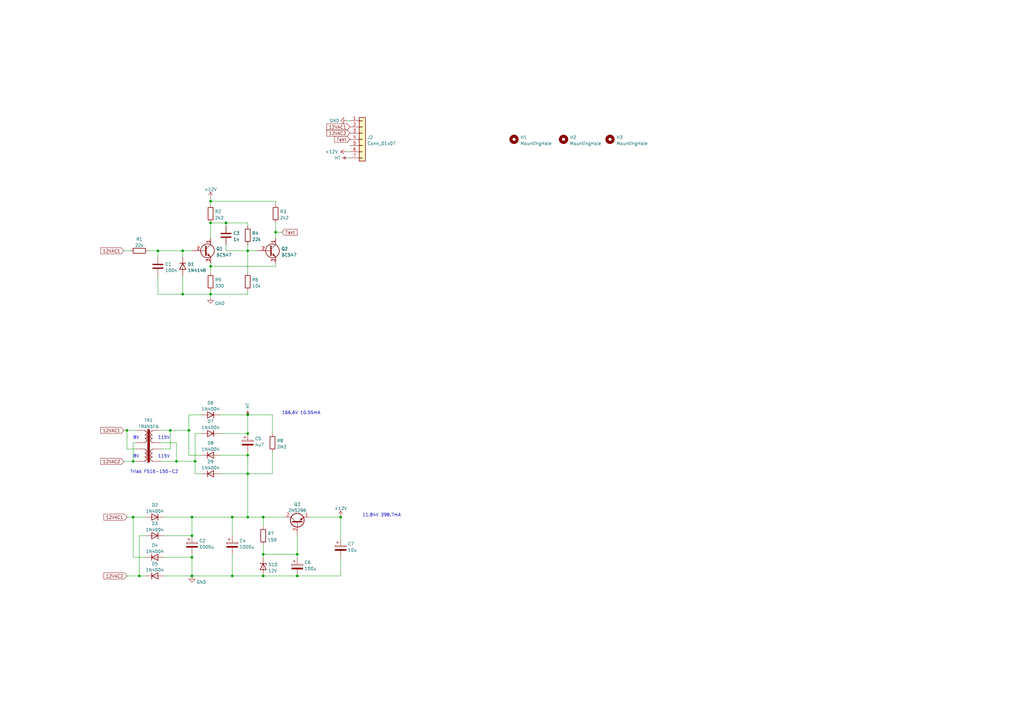
<source format=kicad_sch>
(kicad_sch (version 20211123) (generator eeschema)
  (paper "A3")
  (lib_symbols
    (symbol "Connector_Generic:Conn_01x07" (pin_names (offset 1.016) hide)
      (property "Reference" "J" (at 0 10.16 0))
      (property "Value" "Conn_01x07" (at 0 -10.16 0))
      (symbol "Conn_01x07_1_1"
        (rectangle (start -1.27 -7.493) (end 0 -7.747) (stroke (width 0.1524)))
        (rectangle (start -1.27 -4.953) (end 0 -5.207) (stroke (width 0.1524)))
        (rectangle (start -1.27 -2.413) (end 0 -2.667) (stroke (width 0.1524)))
        (rectangle (start -1.27 0.127) (end 0 -0.127) (stroke (width 0.1524)))
        (rectangle (start -1.27 2.667) (end 0 2.413) (stroke (width 0.1524)))
        (rectangle (start -1.27 5.207) (end 0 4.953) (stroke (width 0.1524)))
        (rectangle (start -1.27 7.747) (end 0 7.493) (stroke (width 0.1524)))
        (rectangle (start -1.27 8.89) (end 1.27 -8.89) (stroke (width 0.254)) (fill (type background)))
        (pin passive line (at -5.08 7.62 0) (length 3.81) (name "Pin_1") (number "1"))
        (pin passive line (at -5.08 5.08 0) (length 3.81) (name "Pin_2") (number "2"))
        (pin passive line (at -5.08 2.54 0) (length 3.81) (name "Pin_3") (number "3"))
        (pin passive line (at -5.08 0 0) (length 3.81) (name "Pin_4") (number "4"))
        (pin passive line (at -5.08 -2.54 0) (length 3.81) (name "Pin_5") (number "5"))
        (pin passive line (at -5.08 -5.08 0) (length 3.81) (name "Pin_6") (number "6"))
        (pin passive line (at -5.08 -7.62 0) (length 3.81) (name "Pin_7") (number "7"))
      )
    )
    (symbol "Device:C" (pin_numbers hide) (pin_names (offset 0.254))
      (property "Reference" "C" (at 0.635 2.54 0))
      (property "Value" "C" (at 0.635 -2.54 0))
      (symbol "C_0_1"
        (polyline (pts (xy -2.032 -0.762) (xy 2.032 -0.762)) (stroke (width 0.508)))
        (polyline (pts (xy -2.032 0.762) (xy 2.032 0.762)) (stroke (width 0.508)))
      )
      (symbol "C_1_1"
        (pin passive line (at 0 3.81 270) (length 2.794) (name "~") (number "1"))
        (pin passive line (at 0 -3.81 90) (length 2.794) (name "~") (number "2"))
      )
    )
    (symbol "Device:C_Polarized" (pin_numbers hide) (pin_names (offset 0.254))
      (property "Reference" "C" (at 0.635 2.54 0))
      (property "Value" "C_Polarized" (at 0.635 -2.54 0))
      (symbol "C_Polarized_0_1"
        (rectangle (start -2.286 0.508) (end 2.286 1.016))
        (polyline (pts (xy -1.778 2.286) (xy -0.762 2.286)))
        (polyline (pts (xy -1.27 2.794) (xy -1.27 1.778)))
        (rectangle (start 2.286 -0.508) (end -2.286 -1.016) (fill (type outline)))
      )
      (symbol "C_Polarized_1_1"
        (pin passive line (at 0 3.81 270) (length 2.794) (name "~") (number "1"))
        (pin passive line (at 0 -3.81 90) (length 2.794) (name "~") (number "2"))
      )
    )
    (symbol "Device:R" (pin_numbers hide) (pin_names (offset 0))
      (property "Reference" "R" (at 2.032 0 90))
      (property "Value" "R" (at 0 0 90))
      (symbol "R_0_1"
        (rectangle (start -1.016 -2.54) (end 1.016 2.54) (stroke (width 0.254)))
      )
      (symbol "R_1_1"
        (pin passive line (at 0 3.81 270) (length 1.27) (name "~") (number "1"))
        (pin passive line (at 0 -3.81 90) (length 1.27) (name "~") (number "2"))
      )
    )
    (symbol "Diode:1N4004" (pin_numbers hide) (pin_names hide)
      (property "Reference" "D" (at 0 2.54 0))
      (property "Value" "1N4004" (at 0 -2.54 0))
      (symbol "1N4004_0_1"
        (polyline (pts (xy -1.27 1.27) (xy -1.27 -1.27)) (stroke (width 0.254)))
        (polyline (pts (xy 1.27 0) (xy -1.27 0)))
        (polyline (pts (xy 1.27 1.27) (xy 1.27 -1.27) (xy -1.27 0) (xy 1.27 1.27)) (stroke (width 0.254)))
      )
      (symbol "1N4004_1_1"
        (pin passive line (at -3.81 0 0) (length 2.54) (name "K") (number "1"))
        (pin passive line (at 3.81 0 180) (length 2.54) (name "A") (number "2"))
      )
    )
    (symbol "Diode:1N4148" (pin_numbers hide) (pin_names hide)
      (property "Reference" "D" (at 0 2.54 0))
      (property "Value" "1N4148" (at 0 -2.54 0))
      (symbol "1N4148_0_1"
        (polyline (pts (xy -1.27 1.27) (xy -1.27 -1.27)) (stroke (width 0.254)))
        (polyline (pts (xy 1.27 0) (xy -1.27 0)))
        (polyline (pts (xy 1.27 1.27) (xy 1.27 -1.27) (xy -1.27 0) (xy 1.27 1.27)) (stroke (width 0.254)))
      )
      (symbol "1N4148_1_1"
        (pin passive line (at -3.81 0 0) (length 2.54) (name "K") (number "1"))
        (pin passive line (at 3.81 0 180) (length 2.54) (name "A") (number "2"))
      )
    )
    (symbol "Diode:1N47xxA" (pin_numbers hide) (pin_names hide)
      (property "Reference" "D" (at 0 2.54 0))
      (property "Value" "1N47xxA" (at 0 -2.54 0))
      (symbol "1N47xxA_0_1"
        (polyline (pts (xy 1.27 0) (xy -1.27 0)))
        (polyline (pts (xy -1.27 -1.27) (xy -1.27 1.27) (xy -0.762 1.27)) (stroke (width 0.254)))
        (polyline (pts (xy 1.27 -1.27) (xy 1.27 1.27) (xy -1.27 0) (xy 1.27 -1.27)) (stroke (width 0.254)))
      )
      (symbol "1N47xxA_1_1"
        (pin passive line (at -3.81 0 0) (length 2.54) (name "K") (number "1"))
        (pin passive line (at 3.81 0 180) (length 2.54) (name "A") (number "2"))
      )
    )
    (symbol "Mechanical:MountingHole" (pin_names (offset 1.016))
      (property "Reference" "H" (at 0 5.08 0))
      (property "Value" "MountingHole" (at 0 3.175 0))
      (symbol "MountingHole_0_1"
        (circle (center 0 0) (radius 1.27) (stroke (width 1.27)))
      )
    )
    (symbol "Transformer:TRANSF6" (pin_numbers hide) (pin_names (offset 0))
      (property "Reference" "TR" (at 0 10.16 0))
      (property "Value" "TRANSF6" (at 0 -7.62 0))
      (symbol "TRANSF6_0_1"
        (arc (start -1.524 -4.826) (mid -0.762 -4.064) (end -1.524 -3.302) (stroke (width 0.2032)))
        (arc (start -1.524 -3.302) (mid -0.762 -2.54) (end -1.524 -1.778) (stroke (width 0.2032)))
        (arc (start -1.524 -1.778) (mid -0.762 -1.016) (end -1.524 -0.254) (stroke (width 0.2032)))
        (arc (start -1.524 2.794) (mid -0.762 3.556) (end -1.524 4.318) (stroke (width 0.2032)))
        (arc (start -1.524 4.318) (mid -0.762 5.08) (end -1.524 5.842) (stroke (width 0.2032)))
        (arc (start -1.524 5.842) (mid -0.762 6.604) (end -1.524 7.366) (stroke (width 0.2032)))
        (rectangle (start -0.254 7.874) (end 0.254 -5.334) (stroke (width 0.508)) (fill (type outline)))
        (polyline (pts (xy 1.524 -4.826) (xy 1.524 -5.08) (xy 1.524 -5.08)) (fill (type outline)))
        (polyline (pts (xy 1.524 0) (xy 1.524 -0.254) (xy 1.524 -0.254)) (fill (type outline)))
        (polyline (pts (xy 1.524 0) (xy 2.54 0) (xy 2.54 0)))
        (polyline (pts (xy 1.524 2.54) (xy 1.524 2.794) (xy 1.524 2.794)) (fill (type outline)))
        (polyline (pts (xy 1.524 2.54) (xy 2.54 2.54) (xy 2.54 2.54)))
        (polyline (pts (xy 1.524 7.62) (xy 1.524 7.366) (xy 1.524 7.366)) (fill (type outline)))
        (polyline (pts (xy 1.524 7.62) (xy 2.54 7.62) (xy 2.54 7.62)))
        (polyline (pts (xy 2.54 -5.08) (xy 1.524 -5.08) (xy 1.524 -5.08)))
        (polyline (pts (xy -1.524 -4.826) (xy -1.524 -5.08) (xy -2.54 -5.08) (xy -2.54 -5.08)))
        (polyline (pts (xy -1.524 -0.254) (xy -1.524 0) (xy -2.54 0) (xy -2.54 0)))
        (polyline (pts (xy -1.524 2.794) (xy -1.524 2.54) (xy -2.54 2.54) (xy -2.54 2.54)))
        (polyline (pts (xy -1.524 7.366) (xy -1.524 7.62) (xy -2.54 7.62) (xy -2.54 7.62)))
        (arc (start 1.524 -3.302) (mid 0.762 -4.064) (end 1.524 -4.826) (stroke (width 0.2032)))
        (arc (start 1.524 -1.778) (mid 0.762 -2.54) (end 1.524 -3.302) (stroke (width 0.2032)))
        (arc (start 1.524 -0.254) (mid 0.762 -1.016) (end 1.524 -1.778) (stroke (width 0.2032)))
        (arc (start 1.524 4.318) (mid 0.762 3.556) (end 1.524 2.794) (stroke (width 0.2032)))
        (arc (start 1.524 5.842) (mid 0.762 5.08) (end 1.524 4.318) (stroke (width 0.2032)))
        (arc (start 1.524 7.366) (mid 0.762 6.604) (end 1.524 5.842) (stroke (width 0.2032)))
      )
      (symbol "TRANSF6_1_1"
        (pin passive line (at -5.08 7.62 0) (length 2.54) (name "~") (number "1"))
        (pin passive line (at -5.08 2.54 0) (length 2.54) (name "~") (number "2"))
        (pin passive line (at -5.08 0 0) (length 2.54) (name "~") (number "3"))
        (pin passive line (at -5.08 -5.08 0) (length 2.54) (name "~") (number "4"))
        (pin passive line (at 5.08 -5.08 180) (length 2.54) (name "~") (number "5"))
        (pin passive line (at 5.08 0 180) (length 2.54) (name "~") (number "6"))
        (pin passive line (at 5.08 2.54 180) (length 2.54) (name "~") (number "7"))
        (pin passive line (at 5.08 7.62 180) (length 2.54) (name "~") (number "8"))
      )
    )
    (symbol "Transistor_BJT:BC547" (pin_names (offset 0) hide)
      (property "Reference" "Q" (at 5.08 1.905 0))
      (property "Value" "BC547" (at 5.08 0 0))
      (symbol "BC547_0_1"
        (polyline (pts (xy 0 0) (xy 0.635 0)))
        (polyline (pts (xy 0.635 0.635) (xy 2.54 2.54)))
        (polyline (pts (xy 0.635 -0.635) (xy 2.54 -2.54) (xy 2.54 -2.54)))
        (polyline (pts (xy 0.635 1.905) (xy 0.635 -1.905) (xy 0.635 -1.905)) (stroke (width 0.508)))
        (polyline (pts (xy 1.27 -1.778) (xy 1.778 -1.27) (xy 2.286 -2.286) (xy 1.27 -1.778) (xy 1.27 -1.778)) (fill (type outline)))
        (circle (center 1.27 0) (radius 2.8194) (stroke (width 0.254)))
      )
      (symbol "BC547_1_1"
        (pin passive line (at 2.54 5.08 270) (length 2.54) (name "C") (number "1"))
        (pin input line (at -5.08 0 0) (length 5.08) (name "B") (number "2"))
        (pin passive line (at 2.54 -5.08 90) (length 2.54) (name "E") (number "3"))
      )
    )
    (symbol "Transistor_BJT:BD135" (pin_names (offset 0) hide)
      (property "Reference" "Q" (at 5.08 1.905 0))
      (property "Value" "BD135" (at 5.08 0 0))
      (symbol "BD135_0_1"
        (polyline (pts (xy 0 0) (xy 0.635 0)))
        (polyline (pts (xy 2.54 -2.54) (xy 0.635 -0.635)))
        (polyline (pts (xy 2.54 2.54) (xy 0.635 0.635)))
        (polyline (pts (xy 0.635 1.905) (xy 0.635 -1.905) (xy 0.635 -1.905)) (stroke (width 0.508)) (fill (type outline)))
        (polyline (pts (xy 1.2446 -1.778) (xy 1.7526 -1.27) (xy 2.286 -2.286) (xy 1.2446 -1.778) (xy 1.2446 -1.778)) (fill (type outline)))
        (circle (center 1.27 0) (radius 2.8194) (stroke (width 0.3048)))
      )
      (symbol "BD135_1_1"
        (pin passive line (at 2.54 -5.08 90) (length 2.54) (name "E") (number "1"))
        (pin passive line (at 2.54 5.08 270) (length 2.54) (name "C") (number "2"))
        (pin input line (at -5.08 0 0) (length 5.08) (name "B") (number "3"))
      )
    )
    (symbol "power:+12V" (power) (pin_names (offset 0))
      (property "Value" "+12V" (at 0 3.556 0))
      (symbol "+12V_0_1"
        (polyline (pts (xy -0.762 1.27) (xy 0 2.54)))
        (polyline (pts (xy 0 0) (xy 0 2.54)))
        (polyline (pts (xy 0 2.54) (xy 0.762 1.27)))
      )
      (symbol "+12V_1_1"
        (pin power_in line (at 0 0 90) (length 0) hide (name "+12V") (number "1"))
      )
    )
    (symbol "power:GND" (power) (pin_names (offset 0))
      (property "Value" "GND" (at 0 -3.81 0))
      (symbol "GND_0_1"
        (polyline (pts (xy 0 0) (xy 0 -1.27) (xy 1.27 -1.27) (xy 0 -2.54) (xy -1.27 -1.27) (xy 0 -1.27)))
      )
      (symbol "GND_1_1"
        (pin power_in line (at 0 0 270) (length 0) hide (name "GND") (number "1"))
      )
    )
    (symbol "power:HT" (power) (pin_names (offset 0))
      (property "Value" "HT" (at 0 2.286 0))
      (symbol "HT_0_0"
        (pin power_in line (at 0 0 90) (length 0) hide (name "HT") (number "1"))
      )
      (symbol "HT_0_1"
        (polyline (pts (xy 0 0) (xy 0 1.016) (xy 0 1.016)))
        (polyline (pts (xy 0 1.016) (xy 0.508 0.508) (xy 0 1.778) (xy -0.508 0.508) (xy 0 1.016) (xy 0 1.016)))
      )
    )
  )
  (junction (at 74.93 102.87))
  (junction (at 78.74 228.6))
  (junction (at 72.39 189.23))
  (junction (at 101.6 177.8))
  (junction (at 52.07 176.53))
  (junction (at 86.36 109.22))
  (junction (at 78.74 212.09))
  (junction (at 80.01 189.23))
  (junction (at 107.95 236.22))
  (junction (at 86.36 120.65))
  (junction (at 101.6 186.69))
  (junction (at 86.36 91.44))
  (junction (at 121.92 227.33))
  (junction (at 95.25 212.09))
  (junction (at 74.93 120.65))
  (junction (at 86.36 82.55))
  (junction (at 95.25 236.22))
  (junction (at 101.6 102.87))
  (junction (at 101.6 170.18))
  (junction (at 69.85 176.53))
  (junction (at 107.95 227.33))
  (junction (at 64.77 102.87))
  (junction (at 107.95 212.09))
  (junction (at 57.15 236.22))
  (junction (at 101.6 212.09))
  (junction (at 78.74 236.22))
  (junction (at 101.6 194.31))
  (junction (at 92.71 91.44))
  (junction (at 54.61 189.23))
  (junction (at 54.61 212.09))
  (junction (at 139.7 212.09))
  (junction (at 113.03 95.25))
  (junction (at 77.47 176.53))
  (junction (at 78.74 219.71))
  (junction (at 121.92 236.22))
  (wire (pts (xy 90.17 170.18) (xy 101.6 170.18)))
  (wire (pts (xy 55.88 184.15) (xy 52.07 184.15)))
  (wire (pts (xy 59.69 219.71) (xy 57.15 219.71)))
  (wire (pts (xy 139.7 228.6) (xy 139.7 236.22)))
  (wire (pts (xy 121.92 219.71) (xy 121.92 227.33)))
  (wire (pts (xy 78.74 212.09) (xy 78.74 219.71)))
  (wire (pts (xy 113.03 82.55) (xy 113.03 83.82)))
  (wire (pts (xy 60.96 102.87) (xy 64.77 102.87)))
  (wire (pts (xy 101.6 194.31) (xy 111.76 194.31)))
  (wire (pts (xy 52.07 176.53) (xy 52.07 184.15)))
  (wire (pts (xy 64.77 102.87) (xy 74.93 102.87)))
  (wire (pts (xy 90.17 177.8) (xy 101.6 177.8)))
  (wire (pts (xy 86.36 120.65) (xy 86.36 121.92)))
  (wire (pts (xy 111.76 194.31) (xy 111.76 185.42)))
  (wire (pts (xy 101.6 120.65) (xy 101.6 119.38)))
  (wire (pts (xy 78.74 228.6) (xy 78.74 227.33)))
  (wire (pts (xy 66.04 176.53) (xy 69.85 176.53)))
  (wire (pts (xy 72.39 181.61) (xy 72.39 189.23)))
  (wire (pts (xy 50.8 102.87) (xy 53.34 102.87)))
  (wire (pts (xy 101.6 102.87) (xy 101.6 111.76)))
  (wire (pts (xy 52.07 176.53) (xy 55.88 176.53)))
  (wire (pts (xy 50.8 176.53) (xy 52.07 176.53)))
  (wire (pts (xy 64.77 102.87) (xy 64.77 105.41)))
  (wire (pts (xy 95.25 236.22) (xy 95.25 227.33)))
  (wire (pts (xy 86.36 120.65) (xy 101.6 120.65)))
  (wire (pts (xy 101.6 170.18) (xy 111.76 170.18)))
  (wire (pts (xy 66.04 189.23) (xy 72.39 189.23)))
  (wire (pts (xy 113.03 91.44) (xy 113.03 95.25)))
  (wire (pts (xy 52.07 212.09) (xy 54.61 212.09)))
  (wire (pts (xy 54.61 189.23) (xy 55.88 189.23)))
  (wire (pts (xy 101.6 170.18) (xy 101.6 177.8)))
  (wire (pts (xy 107.95 212.09) (xy 107.95 215.9)))
  (wire (pts (xy 54.61 212.09) (xy 59.69 212.09)))
  (wire (pts (xy 86.36 107.95) (xy 86.36 109.22)))
  (wire (pts (xy 80.01 177.8) (xy 80.01 189.23)))
  (wire (pts (xy 101.6 194.31) (xy 101.6 212.09)))
  (wire (pts (xy 67.31 212.09) (xy 78.74 212.09)))
  (wire (pts (xy 121.92 236.22) (xy 139.7 236.22)))
  (wire (pts (xy 54.61 181.61) (xy 54.61 189.23)))
  (wire (pts (xy 86.36 91.44) (xy 86.36 97.79)))
  (wire (pts (xy 92.71 91.44) (xy 92.71 92.71)))
  (wire (pts (xy 64.77 120.65) (xy 74.93 120.65)))
  (wire (pts (xy 74.93 102.87) (xy 78.74 102.87)))
  (wire (pts (xy 101.6 186.69) (xy 101.6 194.31)))
  (wire (pts (xy 101.6 102.87) (xy 105.41 102.87)))
  (wire (pts (xy 113.03 107.95) (xy 113.03 109.22)))
  (wire (pts (xy 74.93 102.87) (xy 74.93 105.41)))
  (wire (pts (xy 54.61 228.6) (xy 54.61 212.09)))
  (wire (pts (xy 121.92 227.33) (xy 121.92 228.6)))
  (wire (pts (xy 95.25 212.09) (xy 95.25 219.71)))
  (wire (pts (xy 77.47 170.18) (xy 82.55 170.18)))
  (wire (pts (xy 77.47 176.53) (xy 77.47 170.18)))
  (wire (pts (xy 92.71 91.44) (xy 101.6 91.44)))
  (wire (pts (xy 86.36 82.55) (xy 113.03 82.55)))
  (wire (pts (xy 69.85 176.53) (xy 77.47 176.53)))
  (wire (pts (xy 101.6 91.44) (xy 101.6 92.71)))
  (wire (pts (xy 50.8 189.23) (xy 54.61 189.23)))
  (wire (pts (xy 57.15 236.22) (xy 52.07 236.22)))
  (wire (pts (xy 77.47 186.69) (xy 77.47 176.53)))
  (wire (pts (xy 66.04 184.15) (xy 69.85 184.15)))
  (wire (pts (xy 59.69 228.6) (xy 54.61 228.6)))
  (wire (pts (xy 80.01 189.23) (xy 80.01 194.31)))
  (wire (pts (xy 107.95 212.09) (xy 116.84 212.09)))
  (wire (pts (xy 78.74 212.09) (xy 95.25 212.09)))
  (wire (pts (xy 95.25 236.22) (xy 107.95 236.22)))
  (wire (pts (xy 86.36 109.22) (xy 113.03 109.22)))
  (wire (pts (xy 107.95 236.22) (xy 121.92 236.22)))
  (wire (pts (xy 101.6 100.33) (xy 101.6 102.87)))
  (wire (pts (xy 82.55 186.69) (xy 77.47 186.69)))
  (wire (pts (xy 80.01 194.31) (xy 82.55 194.31)))
  (wire (pts (xy 67.31 219.71) (xy 78.74 219.71)))
  (wire (pts (xy 86.36 119.38) (xy 86.36 120.65)))
  (wire (pts (xy 86.36 81.28) (xy 86.36 82.55)))
  (wire (pts (xy 142.24 62.23) (xy 143.51 62.23)))
  (wire (pts (xy 78.74 236.22) (xy 95.25 236.22)))
  (wire (pts (xy 55.88 181.61) (xy 54.61 181.61)))
  (wire (pts (xy 57.15 219.71) (xy 57.15 236.22)))
  (wire (pts (xy 127 212.09) (xy 139.7 212.09)))
  (wire (pts (xy 113.03 95.25) (xy 113.03 97.79)))
  (wire (pts (xy 67.31 236.22) (xy 78.74 236.22)))
  (wire (pts (xy 113.03 95.25) (xy 115.57 95.25)))
  (wire (pts (xy 111.76 170.18) (xy 111.76 177.8)))
  (wire (pts (xy 107.95 227.33) (xy 107.95 228.6)))
  (wire (pts (xy 142.24 64.77) (xy 143.51 64.77)))
  (wire (pts (xy 90.17 194.31) (xy 101.6 194.31)))
  (wire (pts (xy 86.36 120.65) (xy 74.93 120.65)))
  (wire (pts (xy 57.15 236.22) (xy 59.69 236.22)))
  (wire (pts (xy 92.71 102.87) (xy 101.6 102.87)))
  (wire (pts (xy 86.36 109.22) (xy 86.36 111.76)))
  (wire (pts (xy 90.17 186.69) (xy 101.6 186.69)))
  (wire (pts (xy 107.95 223.52) (xy 107.95 227.33)))
  (wire (pts (xy 78.74 228.6) (xy 78.74 236.22)))
  (wire (pts (xy 107.95 227.33) (xy 121.92 227.33)))
  (wire (pts (xy 64.77 120.65) (xy 64.77 113.03)))
  (wire (pts (xy 67.31 228.6) (xy 78.74 228.6)))
  (wire (pts (xy 66.04 181.61) (xy 72.39 181.61)))
  (wire (pts (xy 74.93 120.65) (xy 74.93 113.03)))
  (wire (pts (xy 69.85 176.53) (xy 69.85 184.15)))
  (wire (pts (xy 72.39 189.23) (xy 80.01 189.23)))
  (wire (pts (xy 86.36 91.44) (xy 92.71 91.44)))
  (wire (pts (xy 86.36 82.55) (xy 86.36 83.82)))
  (wire (pts (xy 142.24 49.53) (xy 143.51 49.53)))
  (wire (pts (xy 139.7 212.09) (xy 139.7 220.98)))
  (wire (pts (xy 101.6 186.69) (xy 101.6 185.42)))
  (wire (pts (xy 101.6 212.09) (xy 107.95 212.09)))
  (wire (pts (xy 95.25 212.09) (xy 101.6 212.09)))
  (wire (pts (xy 92.71 100.33) (xy 92.71 102.87)))
  (wire (pts (xy 82.55 177.8) (xy 80.01 177.8)))
  (text "Triad FS16-150-C2 " (at 53.34 194.31 0) (effects (font (size 1.27 1.27)) (justify left bottom)))
  (text "11.84V 398.7mA" (at 148.59 212.09 0) (effects (font (size 1.27 1.27)) (justify left bottom)))
  (text "115V" (at 64.77 180.34 0) (effects (font (size 1.27 1.27)) (justify left bottom)))
  (text "8V" (at 54.61 180.34 0) (effects (font (size 1.27 1.27)) (justify left bottom)))
  (text "115V\n" (at 64.77 187.96 0) (effects (font (size 1.27 1.27)) (justify left bottom)))
  (text "8V" (at 54.61 187.96 0) (effects (font (size 1.27 1.27)) (justify left bottom)))
  (text "166.6V 10.55mA" (at 115.57 170.18 0) (effects (font (size 1.27 1.27)) (justify left bottom)))
  (global_label "12VAC1" (shape input) (at 143.51 52.07 180) (property "Intersheet References" "${INTERSHEET_REFS}" (effects hide)))
  (global_label "Takt" (shape input) (at 143.51 57.15 180) (property "Intersheet References" "${INTERSHEET_REFS}" (effects hide)))
  (global_label "12VAC1" (shape input) (at 50.8 176.53 180) (property "Intersheet References" "${INTERSHEET_REFS}" (effects hide)))
  (global_label "12VAC2" (shape input) (at 143.51 54.61 180) (property "Intersheet References" "${INTERSHEET_REFS}" (effects hide)))
  (global_label "12VAC2" (shape input) (at 50.8 189.23 180) (property "Intersheet References" "${INTERSHEET_REFS}" (effects hide)))
  (global_label "Takt" (shape input) (at 115.57 95.25 0) (property "Intersheet References" "${INTERSHEET_REFS}" (effects hide)))
  (global_label "12VAC1" (shape input) (at 52.07 212.09 180) (property "Intersheet References" "${INTERSHEET_REFS}" (effects hide)))
  (global_label "12VAC2" (shape input) (at 52.07 236.22 180) (property "Intersheet References" "${INTERSHEET_REFS}" (effects hide)))
  (global_label "12VAC1" (shape input) (at 50.8 102.87 180) (property "Intersheet References" "${INTERSHEET_REFS}" (effects hide)))
  (symbol (lib_id "Device:R") (at 101.6 115.57 0) (unit 1)
    (property "Reference" "R6" (at 103.378 114.7353 0) (effects (justify left)))
    (property "Value" "10k" (at 103.378 117.2722 0) (effects (justify left)))
    (property "Footprint" "Resistor_THT:R_Axial_DIN0207_L6.3mm_D2.5mm_P10.16mm_Horizontal" (effects hide))
  )
  (symbol (lib_id "Device:C") (at 92.71 96.52 0) (unit 1)
    (property "Reference" "C3" (at 95.631 95.6853 0) (effects (justify left)))
    (property "Value" "1n" (at 95.631 98.2222 0) (effects (justify left)))
    (property "Footprint" "Capacitor_THT:C_Disc_D5.0mm_W2.5mm_P2.50mm" (effects hide))
  )
  (symbol (lib_id "Diode:1N4004") (at 86.36 194.31 0) (unit 1)
    (property "Reference" "D9" (at 86.36 189.3402 0))
    (property "Value" "1N4004" (at 86.36 191.8771 0))
    (property "Footprint" "Diode_THT:D_DO-41_SOD81_P10.16mm_Horizontal" (effects hide))
    (property "Datasheet" "http://www.vishay.com/docs/88503/1n4001.pdf" (effects hide))
  )
  (symbol (lib_id "Device:R") (at 86.36 87.63 0) (unit 1)
    (property "Reference" "R2" (at 88.138 86.7953 0) (effects (justify left)))
    (property "Value" "2k2" (at 88.138 89.3322 0) (effects (justify left)))
    (property "Footprint" "Resistor_THT:R_Axial_DIN0207_L6.3mm_D2.5mm_P10.16mm_Horizontal" (effects hide))
  )
  (symbol (lib_id "Mechanical:MountingHole") (at 231.14 57.15 0) (unit 1)
    (property "Reference" "H2" (at 233.68 56.3153 0) (effects (justify left)))
    (property "Value" "MountingHole" (at 233.68 58.8522 0) (effects (justify left)))
    (property "Footprint" "MountingHole:MountingHole_3.2mm_M3" (effects hide))
  )
  (symbol (lib_id "Device:C_Polarized") (at 95.25 223.52 0) (unit 1)
    (property "Reference" "C4" (at 98.171 221.7963 0) (effects (justify left)))
    (property "Value" "1000u" (at 98.171 224.3332 0) (effects (justify left)))
  )
  (symbol (lib_id "Diode:1N47xxA") (at 107.95 232.41 270) (unit 1)
    (property "Reference" "D10" (at 109.982 231.5753 90) (effects (justify left)))
    (property "Value" "12V" (at 109.982 234.1122 90) (effects (justify left)))
    (property "Footprint" "Diode_THT:D_DO-41_SOD81_P10.16mm_Horizontal" (effects hide))
    (property "Datasheet" "https://www.vishay.com/docs/85816/1n4728a.pdf" (effects hide))
  )
  (symbol (lib_id "Diode:1N4004") (at 63.5 236.22 0) (unit 1)
    (property "Reference" "D5" (at 63.5 231.2502 0))
    (property "Value" "1N4004" (at 63.5 233.7871 0))
    (property "Footprint" "Diode_THT:D_DO-41_SOD81_P10.16mm_Horizontal" (effects hide))
    (property "Datasheet" "http://www.vishay.com/docs/88503/1n4001.pdf" (effects hide))
  )
  (symbol (lib_id "Diode:1N4004") (at 63.5 212.09 180) (unit 1)
    (property "Reference" "D2" (at 63.5 207.1202 0))
    (property "Value" "1N4004" (at 63.5 209.6571 0))
    (property "Footprint" "Diode_THT:D_DO-41_SOD81_P10.16mm_Horizontal" (effects hide))
    (property "Datasheet" "http://www.vishay.com/docs/88503/1n4001.pdf" (effects hide))
  )
  (symbol (lib_id "Device:C_Polarized") (at 139.7 224.79 0) (unit 1)
    (property "Reference" "C7" (at 142.621 223.0663 0) (effects (justify left)))
    (property "Value" "10u" (at 142.621 225.6032 0) (effects (justify left)))
    (property "Footprint" "Capacitor_THT:CP_Radial_D5.0mm_P2.50mm" (effects hide))
  )
  (symbol (lib_id "Device:C") (at 64.77 109.22 0) (unit 1)
    (property "Reference" "C1" (at 67.691 108.3853 0) (effects (justify left)))
    (property "Value" "100n" (at 67.691 110.9222 0) (effects (justify left)))
    (property "Footprint" "Capacitor_THT:C_Disc_D5.0mm_W2.5mm_P2.50mm" (effects hide))
  )
  (symbol (lib_id "power:GND") (at 78.74 236.22 0) (unit 1)
    (property "Reference" "#PWR01" (effects hide))
    (property "Value" "GND" (at 82.55 238.76 0))
  )
  (symbol (lib_id "Device:R") (at 86.36 115.57 0) (unit 1)
    (property "Reference" "R5" (at 88.138 114.7353 0) (effects (justify left)))
    (property "Value" "330" (at 88.138 117.2722 0) (effects (justify left)))
    (property "Footprint" "Resistor_THT:R_Axial_DIN0207_L6.3mm_D2.5mm_P10.16mm_Horizontal" (effects hide))
  )
  (symbol (lib_id "Diode:1N4004") (at 63.5 219.71 180) (unit 1)
    (property "Reference" "D3" (at 63.5 214.7402 0))
    (property "Value" "1N4004" (at 63.5 217.2771 0))
    (property "Footprint" "Diode_THT:D_DO-41_SOD81_P10.16mm_Horizontal" (effects hide))
    (property "Datasheet" "http://www.vishay.com/docs/88503/1n4001.pdf" (effects hide))
  )
  (symbol (lib_id "Device:R") (at 113.03 87.63 0) (unit 1)
    (property "Reference" "R3" (at 114.808 86.7953 0) (effects (justify left)))
    (property "Value" "2k2" (at 114.808 89.3322 0) (effects (justify left)))
    (property "Footprint" "Resistor_THT:R_Axial_DIN0207_L6.3mm_D2.5mm_P10.16mm_Horizontal" (effects hide))
  )
  (symbol (lib_id "Transformer:TRANSF6") (at 60.96 184.15 0) (unit 1)
    (property "Reference" "TR1" (at 60.96 172.4492 0))
    (property "Value" "TRANSF6" (at 60.96 174.9861 0))
  )
  (symbol (lib_id "power:HT") (at 142.24 64.77 90) (unit 1)
    (property "Reference" "#PWR0114" (effects hide))
    (property "Value" "HT" (at 138.43 64.77 90))
  )
  (symbol (lib_id "Device:R") (at 101.6 96.52 0) (unit 1)
    (property "Reference" "R4" (at 103.378 95.6853 0) (effects (justify left)))
    (property "Value" "22k" (at 103.378 98.2222 0) (effects (justify left)))
    (property "Footprint" "Resistor_THT:R_Axial_DIN0207_L6.3mm_D2.5mm_P10.16mm_Horizontal" (effects hide))
  )
  (symbol (lib_id "Device:R") (at 107.95 219.71 0) (unit 1)
    (property "Reference" "R7" (at 109.728 218.8753 0) (effects (justify left)))
    (property "Value" "150" (at 109.728 221.4122 0) (effects (justify left)))
    (property "Footprint" "Resistor_THT:R_Axial_DIN0207_L6.3mm_D2.5mm_P10.16mm_Horizontal" (effects hide))
  )
  (symbol (lib_id "Device:C_Polarized") (at 121.92 232.41 0) (unit 1)
    (property "Reference" "C6" (at 124.841 230.6863 0) (effects (justify left)))
    (property "Value" "100u" (at 124.841 233.2232 0) (effects (justify left)))
    (property "Footprint" "Capacitor_THT:CP_Radial_D5.0mm_P2.50mm" (effects hide))
  )
  (symbol (lib_id "Device:R") (at 57.15 102.87 90) (unit 1)
    (property "Reference" "R1" (at 57.15 98.1542 90))
    (property "Value" "22k" (at 57.15 100.6911 90))
    (property "Footprint" "Resistor_THT:R_Axial_DIN0207_L6.3mm_D2.5mm_P10.16mm_Horizontal" (effects hide))
  )
  (symbol (lib_id "Mechanical:MountingHole") (at 250.19 57.15 0) (unit 1)
    (property "Reference" "H3" (at 252.73 56.3153 0) (effects (justify left)))
    (property "Value" "MountingHole" (at 252.73 58.8522 0) (effects (justify left)))
    (property "Footprint" "MountingHole:MountingHole_3.2mm_M3" (effects hide))
  )
  (symbol (lib_id "power:HT") (at 101.6 170.18 0) (unit 1)
    (property "Reference" "#PWR02" (effects hide))
    (property "Value" "HT" (at 101.6 166.37 90))
  )
  (symbol (lib_id "Mechanical:MountingHole") (at 210.82 57.15 0) (unit 1)
    (property "Reference" "H1" (at 213.36 56.3153 0) (effects (justify left)))
    (property "Value" "MountingHole" (at 213.36 58.8522 0) (effects (justify left)))
    (property "Footprint" "MountingHole:MountingHole_3.2mm_M3" (effects hide))
  )
  (symbol (lib_id "Device:C_Polarized") (at 78.74 223.52 0) (unit 1)
    (property "Reference" "C2" (at 81.661 221.7963 0) (effects (justify left)))
    (property "Value" "1000u" (at 81.661 224.3332 0) (effects (justify left)))
  )
  (symbol (lib_id "Diode:1N4004") (at 86.36 186.69 0) (unit 1)
    (property "Reference" "D8" (at 86.36 181.7202 0))
    (property "Value" "1N4004" (at 86.36 184.2571 0))
    (property "Footprint" "Diode_THT:D_DO-41_SOD81_P10.16mm_Horizontal" (effects hide))
    (property "Datasheet" "http://www.vishay.com/docs/88503/1n4001.pdf" (effects hide))
  )
  (symbol (lib_id "Transistor_BJT:BD135") (at 121.92 214.63 90) (unit 1)
    (property "Reference" "Q3" (at 121.92 206.8154 90))
    (property "Value" "2N5296" (at 121.92 209.3523 90))
    (property "Footprint" "Package_TO_SOT_THT:TO-126-3_Vertical" (effects hide))
    (property "Datasheet" "http://www.st.com/internet/com/TECHNICAL_RESOURCES/TECHNICAL_LITERATURE/DATASHEET/CD00001225.pdf" (effects hide))
  )
  (symbol (lib_id "Diode:1N4148") (at 74.93 109.22 90) (mirror x) (unit 1)
    (property "Reference" "D1" (at 76.962 108.3853 90) (effects (justify right)))
    (property "Value" "1N4148" (at 76.962 110.9222 90) (effects (justify right)))
    (property "Footprint" "Diode_THT:D_DO-35_SOD27_P7.62mm_Horizontal" (effects hide))
    (property "Datasheet" "https://assets.nexperia.com/documents/data-sheet/1N4148_1N4448.pdf" (effects hide))
  )
  (symbol (lib_id "Device:R") (at 111.76 181.61 0) (unit 1)
    (property "Reference" "R8" (at 113.538 180.7753 0) (effects (justify left)))
    (property "Value" "2M2" (at 113.538 183.3122 0) (effects (justify left)))
    (property "Footprint" "Resistor_THT:R_Axial_DIN0207_L6.3mm_D2.5mm_P10.16mm_Horizontal" (effects hide))
  )
  (symbol (lib_id "power:+12V") (at 142.24 62.23 90) (unit 1)
    (property "Reference" "#PWR0112" (effects hide))
    (property "Value" "+12V" (at 133.35 62.23 90) (effects (justify right)))
  )
  (symbol (lib_id "power:GND") (at 86.36 121.92 0) (unit 1)
    (property "Reference" "#PWR0104" (effects hide))
    (property "Value" "GND" (at 90.17 124.46 0))
  )
  (symbol (lib_id "Transistor_BJT:BC547") (at 83.82 102.87 0) (unit 1)
    (property "Reference" "Q1" (at 88.6714 102.0353 0) (effects (justify left)))
    (property "Value" "BC547" (at 88.6714 104.5722 0) (effects (justify left)))
    (property "Footprint" "Package_TO_SOT_THT:TO-92_HandSolder" (effects hide))
    (property "Datasheet" "https://www.onsemi.com/pub/Collateral/BC550-D.pdf" (effects hide))
  )
  (symbol (lib_id "power:+12V") (at 86.36 81.28 0) (unit 1)
    (property "Reference" "#PWR0101" (effects hide))
    (property "Value" "+12V" (at 86.36 77.7042 0))
  )
  (symbol (lib_id "Diode:1N4004") (at 86.36 170.18 180) (unit 1)
    (property "Reference" "D6" (at 86.36 165.2102 0))
    (property "Value" "1N4004" (at 86.36 167.7471 0))
    (property "Footprint" "Diode_THT:D_DO-41_SOD81_P10.16mm_Horizontal" (effects hide))
    (property "Datasheet" "http://www.vishay.com/docs/88503/1n4001.pdf" (effects hide))
  )
  (symbol (lib_id "power:+12V") (at 139.7 212.09 0) (unit 1)
    (property "Reference" "#PWR04" (effects hide))
    (property "Value" "+12V" (at 139.7 208.5142 0))
  )
  (symbol (lib_id "Connector_Generic:Conn_01x07") (at 148.59 57.15 0) (unit 1)
    (property "Reference" "J2" (at 150.622 56.3153 0) (effects (justify left)))
    (property "Value" "Conn_01x07" (at 150.622 58.8522 0) (effects (justify left)))
    (property "Footprint" "TerminalBlock_Phoenix:TerminalBlock_Phoenix_MKDS-3-7-5.08_1x07_P5.08mm_Horizontal" (effects hide))
  )
  (symbol (lib_id "Diode:1N4004") (at 63.5 228.6 0) (unit 1)
    (property "Reference" "D4" (at 63.5 223.6302 0))
    (property "Value" "1N4004" (at 63.5 226.1671 0))
    (property "Footprint" "Diode_THT:D_DO-41_SOD81_P10.16mm_Horizontal" (effects hide))
    (property "Datasheet" "http://www.vishay.com/docs/88503/1n4001.pdf" (effects hide))
  )
  (symbol (lib_id "Device:C_Polarized") (at 101.6 181.61 0) (unit 1)
    (property "Reference" "C5" (at 104.521 179.8863 0) (effects (justify left)))
    (property "Value" "4u7" (at 104.521 182.4232 0) (effects (justify left)))
  )
  (symbol (lib_id "Diode:1N4004") (at 86.36 177.8 180) (unit 1)
    (property "Reference" "D7" (at 86.36 172.8302 0))
    (property "Value" "1N4004" (at 86.36 175.3671 0))
    (property "Footprint" "Diode_THT:D_DO-41_SOD81_P10.16mm_Horizontal" (effects hide))
    (property "Datasheet" "http://www.vishay.com/docs/88503/1n4001.pdf" (effects hide))
  )
  (symbol (lib_id "Transistor_BJT:BC547") (at 110.49 102.87 0) (unit 1)
    (property "Reference" "Q2" (at 115.3414 102.0353 0) (effects (justify left)))
    (property "Value" "BC547" (at 115.3414 104.5722 0) (effects (justify left)))
    (property "Footprint" "Package_TO_SOT_THT:TO-92_HandSolder" (effects hide))
    (property "Datasheet" "https://www.onsemi.com/pub/Collateral/BC550-D.pdf" (effects hide))
  )
  (symbol (lib_id "power:GND") (at 142.24 49.53 270) (unit 1)
    (property "Reference" "#PWR0111" (effects hide))
    (property "Value" "GND" (at 137.16 49.53 90))
  )
)
</source>
